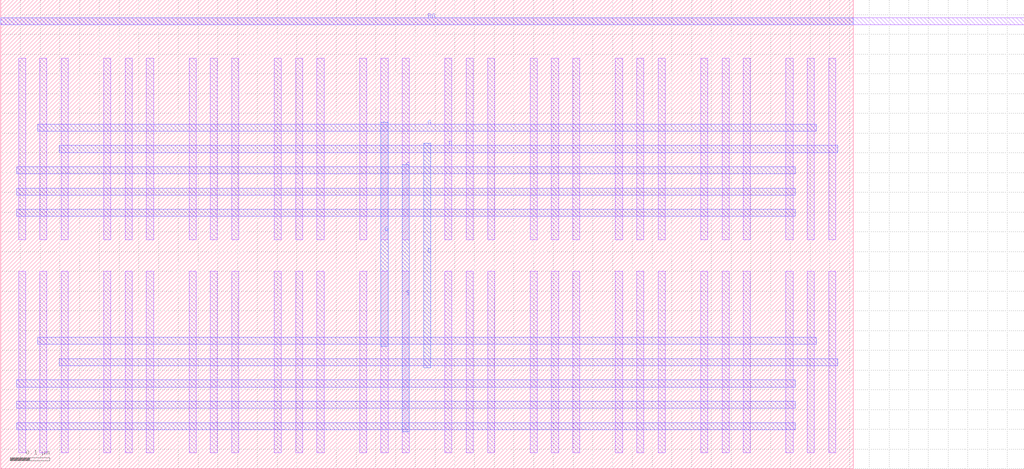
<source format=lef>
MACRO DCL_NMOS_n12_X1_Y1
  ORIGIN 0 0 ;
  FOREIGN DCL_NMOS_n12_X1_Y1 0 0 ;
  SIZE 0.432 BY 0.648 ;
  PIN S
    DIRECTION INOUT ;
    USE SIGNAL ;
    PORT
      LAYER M2 ;
        RECT 0.040 0.099 0.284 0.117 ;
      LAYER M2 ;
        RECT 0.040 0.153 0.284 0.171 ;
      LAYER M2 ;
        RECT 0.040 0.207 0.284 0.225 ;
      LAYER M3 ;
        RECT 0.153 0.094 0.171 0.446 ;
    END
  END S
  PIN D
    DIRECTION INOUT ;
    USE SIGNAL ;
    PORT
      LAYER M2 ;
        RECT 0.094 0.261 0.392 0.279 ;
      LAYER M3 ;
        RECT 0.207 0.094 0.225 0.446 ;
    END
  END D
  PIN BG
    DIRECTION INOUT ;
    USE SIGNAL ;
    PORT
      LAYER M2 ;
        RECT 0.0 0.585 0.432 0.603 ;
    END
  END BG
  OBS
    LAYER M1 ;
      RECT 0.099 0.040 0.117 0.500 ;
    LAYER M1 ;
      RECT 0.315 0.040 0.333 0.500 ;
    LAYER M1 ;
      RECT 0.045 0.040 0.063 0.500 ;
    LAYER M1 ;
      RECT 0.261 0.040 0.279 0.500 ;
    LAYER M1 ;
      RECT 0.153 0.040 0.171 0.500 ;
    LAYER M1 ;
      RECT 0.369 0.040 0.387 0.500 ;
    LAYER M1 ;
      RECT 0.0 0.585 0.432 0.603 ;
  END
END DCL_NMOS_n12_X1_Y1
MACRO DCL_NMOS_n12_X2_Y1
  ORIGIN 0 0 ;
  FOREIGN DCL_NMOS_n12_X2_Y1 0 0 ;
  SIZE 0.864 BY 0.648 ;
  PIN S
    DIRECTION INOUT ;
    USE SIGNAL ;
    PORT
      LAYER M2 ;
        RECT 0.040 0.099 0.716 0.117 ;
      LAYER M2 ;
        RECT 0.040 0.153 0.716 0.171 ;
      LAYER M2 ;
        RECT 0.040 0.207 0.716 0.225 ;
      LAYER M3 ;
        RECT 0.369 0.094 0.387 0.446 ;
    END
  END S
  PIN D
    DIRECTION INOUT ;
    USE SIGNAL ;
    PORT
      LAYER M2 ;
        RECT 0.094 0.261 0.824 0.279 ;
      LAYER M3 ;
        RECT 0.423 0.094 0.441 0.446 ;
    END
  END D
  PIN BG
    DIRECTION INOUT ;
    USE SIGNAL ;
    PORT
      LAYER M2 ;
        RECT 0.0 0.585 0.864 0.603 ;
    END
  END BG
  OBS
    LAYER M1 ;
      RECT 0.099 0.040 0.117 0.500 ;
    LAYER M1 ;
      RECT 0.315 0.040 0.333 0.500 ;
    LAYER M1 ;
      RECT 0.531 0.040 0.549 0.500 ;
    LAYER M1 ;
      RECT 0.747 0.040 0.765 0.500 ;
    LAYER M1 ;
      RECT 0.045 0.040 0.063 0.500 ;
    LAYER M1 ;
      RECT 0.261 0.040 0.279 0.500 ;
    LAYER M1 ;
      RECT 0.477 0.040 0.495 0.500 ;
    LAYER M1 ;
      RECT 0.693 0.040 0.711 0.500 ;
    LAYER M1 ;
      RECT 0.153 0.040 0.171 0.500 ;
    LAYER M1 ;
      RECT 0.369 0.040 0.387 0.500 ;
    LAYER M1 ;
      RECT 0.585 0.040 0.603 0.500 ;
    LAYER M1 ;
      RECT 0.801 0.040 0.819 0.500 ;
    LAYER M1 ;
      RECT 0.0 0.585 0.864 0.603 ;
  END
END DCL_NMOS_n12_X2_Y1
MACRO DCL_PMOS_n12_X5_Y1
  ORIGIN 0 0 ;
  FOREIGN DCL_PMOS_n12_X5_Y1 0 0 ;
  SIZE 2.160 BY 0.648 ;
  PIN S
    DIRECTION INOUT ;
    USE SIGNAL ;
    PORT
      LAYER M2 ;
        RECT 0.040 0.099 2.012 0.117 ;
      LAYER M2 ;
        RECT 0.040 0.153 2.012 0.171 ;
      LAYER M2 ;
        RECT 0.040 0.207 2.012 0.225 ;
      LAYER M3 ;
        RECT 1.017 0.094 1.035 0.446 ;
    END
  END S
  PIN D
    DIRECTION INOUT ;
    USE SIGNAL ;
    PORT
      LAYER M2 ;
        RECT 0.094 0.261 2.120 0.279 ;
      LAYER M3 ;
        RECT 1.071 0.094 1.089 0.446 ;
    END
  END D
  PIN BG
    DIRECTION INOUT ;
    USE SIGNAL ;
    PORT
      LAYER M2 ;
        RECT 0.0 0.585 2.160 0.603 ;
    END
  END BG
  OBS
    LAYER M1 ;
      RECT 0.099 0.040 0.117 0.500 ;
    LAYER M1 ;
      RECT 0.315 0.040 0.333 0.500 ;
    LAYER M1 ;
      RECT 0.531 0.040 0.549 0.500 ;
    LAYER M1 ;
      RECT 0.747 0.040 0.765 0.500 ;
    LAYER M1 ;
      RECT 0.963 0.040 0.981 0.500 ;
    LAYER M1 ;
      RECT 1.179 0.040 1.197 0.500 ;
    LAYER M1 ;
      RECT 1.395 0.040 1.413 0.500 ;
    LAYER M1 ;
      RECT 1.611 0.040 1.629 0.500 ;
    LAYER M1 ;
      RECT 1.827 0.040 1.845 0.500 ;
    LAYER M1 ;
      RECT 2.043 0.040 2.061 0.500 ;
    LAYER M1 ;
      RECT 0.045 0.040 0.063 0.500 ;
    LAYER M1 ;
      RECT 0.261 0.040 0.279 0.500 ;
    LAYER M1 ;
      RECT 0.477 0.040 0.495 0.500 ;
    LAYER M1 ;
      RECT 0.693 0.040 0.711 0.500 ;
    LAYER M1 ;
      RECT 0.909 0.040 0.927 0.500 ;
    LAYER M1 ;
      RECT 1.125 0.040 1.143 0.500 ;
    LAYER M1 ;
      RECT 1.341 0.040 1.359 0.500 ;
    LAYER M1 ;
      RECT 1.557 0.040 1.575 0.500 ;
    LAYER M1 ;
      RECT 1.773 0.040 1.791 0.500 ;
    LAYER M1 ;
      RECT 1.989 0.040 2.007 0.500 ;
    LAYER M1 ;
      RECT 0.153 0.040 0.171 0.500 ;
    LAYER M1 ;
      RECT 0.369 0.040 0.387 0.500 ;
    LAYER M1 ;
      RECT 0.585 0.040 0.603 0.500 ;
    LAYER M1 ;
      RECT 0.801 0.040 0.819 0.500 ;
    LAYER M1 ;
      RECT 1.017 0.040 1.035 0.500 ;
    LAYER M1 ;
      RECT 1.233 0.040 1.251 0.500 ;
    LAYER M1 ;
      RECT 1.449 0.040 1.467 0.500 ;
    LAYER M1 ;
      RECT 1.665 0.040 1.683 0.500 ;
    LAYER M1 ;
      RECT 1.881 0.040 1.899 0.500 ;
    LAYER M1 ;
      RECT 2.097 0.040 2.115 0.500 ;
    LAYER M1 ;
      RECT 0.0 0.585 2.592 0.603 ;
  END
END DCL_PMOS_n12_X5_Y1
MACRO Switch_NMOS_n12_X1_Y1
  ORIGIN 0 0 ;
  FOREIGN Switch_NMOS_n12_X1_Y1 0 0 ;
  SIZE 0.432 BY 0.648 ;
  PIN S
    DIRECTION INOUT ;
    USE SIGNAL ;
    PORT
      LAYER M2 ;
        RECT 0.040 0.099 0.284 0.117 ;
      LAYER M2 ;
        RECT 0.040 0.153 0.284 0.171 ;
      LAYER M2 ;
        RECT 0.040 0.207 0.284 0.225 ;
      LAYER M3 ;
        RECT 0.153 0.094 0.171 0.446 ;
    END
  END S
  PIN D
    DIRECTION INOUT ;
    USE SIGNAL ;
    PORT
      LAYER M2 ;
        RECT 0.148 0.261 0.392 0.279 ;
      LAYER M3 ;
        RECT 0.207 0.094 0.225 0.446 ;
    END
  END D
  PIN G
    DIRECTION INOUT ;
    USE SIGNAL ;
    PORT
      LAYER M2 ;
        RECT 0.094 0.315 0.338 0.333 ;
      LAYER M3 ;
        RECT 0.099 0.094 0.117 0.446 ;
    END
  END G
  PIN BG
    DIRECTION INOUT ;
    USE SIGNAL ;
    PORT
      LAYER M2 ;
        RECT 0.0 0.585 0.432 0.603 ;
    END
  END BG
  OBS
    LAYER M1 ;
      RECT 0.099 0.040 0.117 0.500 ;
    LAYER M1 ;
      RECT 0.315 0.040 0.333 0.500 ;
    LAYER M1 ;
      RECT 0.045 0.040 0.063 0.500 ;
    LAYER M1 ;
      RECT 0.261 0.040 0.279 0.500 ;
    LAYER M1 ;
      RECT 0.153 0.040 0.171 0.500 ;
    LAYER M1 ;
      RECT 0.369 0.040 0.387 0.500 ;
    LAYER M1 ;
      RECT 0.0 0.585 0.432 0.603 ;
  END
END Switch_NMOS_n12_X1_Y1
MACRO Switch_NMOS_n12_X2_Y1
  ORIGIN 0 0 ;
  FOREIGN Switch_NMOS_n12_X2_Y1 0 0 ;
  SIZE 0.864 BY 0.648 ;
  PIN S
    DIRECTION INOUT ;
    USE SIGNAL ;
    PORT
      LAYER M2 ;
        RECT 0.040 0.099 0.716 0.117 ;
      LAYER M2 ;
        RECT 0.040 0.153 0.716 0.171 ;
      LAYER M2 ;
        RECT 0.040 0.207 0.716 0.225 ;
      LAYER M3 ;
        RECT 0.369 0.094 0.387 0.446 ;
    END
  END S
  PIN D
    DIRECTION INOUT ;
    USE SIGNAL ;
    PORT
      LAYER M2 ;
        RECT 0.148 0.261 0.824 0.279 ;
      LAYER M3 ;
        RECT 0.423 0.094 0.441 0.446 ;
    END
  END D
  PIN G
    DIRECTION INOUT ;
    USE SIGNAL ;
    PORT
      LAYER M2 ;
        RECT 0.094 0.315 0.770 0.333 ;
      LAYER M3 ;
        RECT 0.315 0.094 0.333 0.446 ;
    END
  END G
  PIN BG
    DIRECTION INOUT ;
    USE SIGNAL ;
    PORT
      LAYER M2 ;
        RECT 0.0 0.585 0.864 0.603 ;
    END
  END BG
  OBS
    LAYER M1 ;
      RECT 0.099 0.040 0.117 0.500 ;
    LAYER M1 ;
      RECT 0.315 0.040 0.333 0.500 ;
    LAYER M1 ;
      RECT 0.531 0.040 0.549 0.500 ;
    LAYER M1 ;
      RECT 0.747 0.040 0.765 0.500 ;
    LAYER M1 ;
      RECT 0.045 0.040 0.063 0.500 ;
    LAYER M1 ;
      RECT 0.261 0.040 0.279 0.500 ;
    LAYER M1 ;
      RECT 0.477 0.040 0.495 0.500 ;
    LAYER M1 ;
      RECT 0.693 0.040 0.711 0.500 ;
    LAYER M1 ;
      RECT 0.153 0.040 0.171 0.500 ;
    LAYER M1 ;
      RECT 0.369 0.040 0.387 0.500 ;
    LAYER M1 ;
      RECT 0.585 0.040 0.603 0.500 ;
    LAYER M1 ;
      RECT 0.801 0.040 0.819 0.500 ;
    LAYER M1 ;
      RECT 0.0 0.585 0.864 0.603 ;
  END
END Switch_NMOS_n12_X2_Y1
MACRO Switch_PMOS_n12_X5_Y2
  ORIGIN 0 0 ;
  FOREIGN Switch_PMOS_n12_X5_Y2 0 0 ;
  SIZE 2.160 BY 1.188 ;
  PIN S
    DIRECTION INOUT ;
    USE SIGNAL ;
    PORT
      LAYER M2 ;
        RECT 0.040 0.099 2.012 0.117 ;
      LAYER M2 ;
        RECT 0.040 0.153 2.012 0.171 ;
      LAYER M2 ;
        RECT 0.040 0.207 2.012 0.225 ;
      LAYER M2 ;
        RECT 0.040 0.639 2.012 0.657 ;
      LAYER M2 ;
        RECT 0.040 0.693 2.012 0.711 ;
      LAYER M2 ;
        RECT 0.040 0.747 2.012 0.765 ;
      LAYER M3 ;
        RECT 1.017 0.094 1.035 0.770 ;
    END
  END S
  PIN D
    DIRECTION INOUT ;
    USE SIGNAL ;
    PORT
      LAYER M2 ;
        RECT 0.148 0.261 2.120 0.279 ;
      LAYER M2 ;
        RECT 0.148 0.801 2.120 0.819 ;
      LAYER M3 ;
        RECT 1.071 0.256 1.089 0.824 ;
    END
  END D
  PIN G
    DIRECTION INOUT ;
    USE SIGNAL ;
    PORT
      LAYER M2 ;
        RECT 0.094 0.315 2.066 0.333 ;
      LAYER M2 ;
        RECT 0.094 0.855 2.066 0.873 ;
      LAYER M3 ;
        RECT 0.963 0.310 0.981 0.878 ;
    END
  END G
  PIN BG
    DIRECTION INOUT ;
    USE SIGNAL ;
    PORT
      LAYER M2 ;
        RECT 0.0 1.125 2.160 1.143 ;
    END
  END BG
  OBS
    LAYER M1 ;
      RECT 0.099 0.040 0.117 0.500 ;
    LAYER M1 ;
      RECT 0.099 0.580 0.117 1.040 ;
    LAYER M1 ;
      RECT 0.315 0.040 0.333 0.500 ;
    LAYER M1 ;
      RECT 0.315 0.580 0.333 1.040 ;
    LAYER M1 ;
      RECT 0.531 0.040 0.549 0.500 ;
    LAYER M1 ;
      RECT 0.531 0.580 0.549 1.040 ;
    LAYER M1 ;
      RECT 0.747 0.040 0.765 0.500 ;
    LAYER M1 ;
      RECT 0.747 0.580 0.765 1.040 ;
    LAYER M1 ;
      RECT 0.963 0.040 0.981 0.500 ;
    LAYER M1 ;
      RECT 0.963 0.580 0.981 1.040 ;
    LAYER M1 ;
      RECT 1.179 0.040 1.197 0.500 ;
    LAYER M1 ;
      RECT 1.179 0.580 1.197 1.040 ;
    LAYER M1 ;
      RECT 1.395 0.040 1.413 0.500 ;
    LAYER M1 ;
      RECT 1.395 0.580 1.413 1.040 ;
    LAYER M1 ;
      RECT 1.611 0.040 1.629 0.500 ;
    LAYER M1 ;
      RECT 1.611 0.580 1.629 1.040 ;
    LAYER M1 ;
      RECT 1.827 0.040 1.845 0.500 ;
    LAYER M1 ;
      RECT 1.827 0.580 1.845 1.040 ;
    LAYER M1 ;
      RECT 2.043 0.040 2.061 0.500 ;
    LAYER M1 ;
      RECT 2.043 0.580 2.061 1.040 ;
    LAYER M1 ;
      RECT 0.045 0.040 0.063 0.500 ;
    LAYER M1 ;
      RECT 0.045 0.580 0.063 1.040 ;
    LAYER M1 ;
      RECT 0.261 0.040 0.279 0.500 ;
    LAYER M1 ;
      RECT 0.261 0.580 0.279 1.040 ;
    LAYER M1 ;
      RECT 0.477 0.040 0.495 0.500 ;
    LAYER M1 ;
      RECT 0.477 0.580 0.495 1.040 ;
    LAYER M1 ;
      RECT 0.693 0.040 0.711 0.500 ;
    LAYER M1 ;
      RECT 0.693 0.580 0.711 1.040 ;
    LAYER M1 ;
      RECT 0.909 0.040 0.927 0.500 ;
    LAYER M1 ;
      RECT 0.909 0.580 0.927 1.040 ;
    LAYER M1 ;
      RECT 1.125 0.040 1.143 0.500 ;
    LAYER M1 ;
      RECT 1.125 0.580 1.143 1.040 ;
    LAYER M1 ;
      RECT 1.341 0.040 1.359 0.500 ;
    LAYER M1 ;
      RECT 1.341 0.580 1.359 1.040 ;
    LAYER M1 ;
      RECT 1.557 0.040 1.575 0.500 ;
    LAYER M1 ;
      RECT 1.557 0.580 1.575 1.040 ;
    LAYER M1 ;
      RECT 1.773 0.040 1.791 0.500 ;
    LAYER M1 ;
      RECT 1.773 0.580 1.791 1.040 ;
    LAYER M1 ;
      RECT 1.989 0.040 2.007 0.500 ;
    LAYER M1 ;
      RECT 1.989 0.580 2.007 1.040 ;
    LAYER M1 ;
      RECT 0.153 0.040 0.171 0.500 ;
    LAYER M1 ;
      RECT 0.153 0.580 0.171 1.040 ;
    LAYER M1 ;
      RECT 0.369 0.040 0.387 0.500 ;
    LAYER M1 ;
      RECT 0.369 0.580 0.387 1.040 ;
    LAYER M1 ;
      RECT 0.585 0.040 0.603 0.500 ;
    LAYER M1 ;
      RECT 0.585 0.580 0.603 1.040 ;
    LAYER M1 ;
      RECT 0.801 0.040 0.819 0.500 ;
    LAYER M1 ;
      RECT 0.801 0.580 0.819 1.040 ;
    LAYER M1 ;
      RECT 1.017 0.040 1.035 0.500 ;
    LAYER M1 ;
      RECT 1.017 0.580 1.035 1.040 ;
    LAYER M1 ;
      RECT 1.233 0.040 1.251 0.500 ;
    LAYER M1 ;
      RECT 1.233 0.580 1.251 1.040 ;
    LAYER M1 ;
      RECT 1.449 0.040 1.467 0.500 ;
    LAYER M1 ;
      RECT 1.449 0.580 1.467 1.040 ;
    LAYER M1 ;
      RECT 1.665 0.040 1.683 0.500 ;
    LAYER M1 ;
      RECT 1.665 0.580 1.683 1.040 ;
    LAYER M1 ;
      RECT 1.881 0.040 1.899 0.500 ;
    LAYER M1 ;
      RECT 1.881 0.580 1.899 1.040 ;
    LAYER M1 ;
      RECT 2.097 0.040 2.115 0.500 ;
    LAYER M1 ;
      RECT 2.097 0.580 2.115 1.040 ;
    LAYER M1 ;
      RECT 0.0 1.125 2.592 1.143 ;
  END
END Switch_PMOS_n12_X5_Y2

</source>
